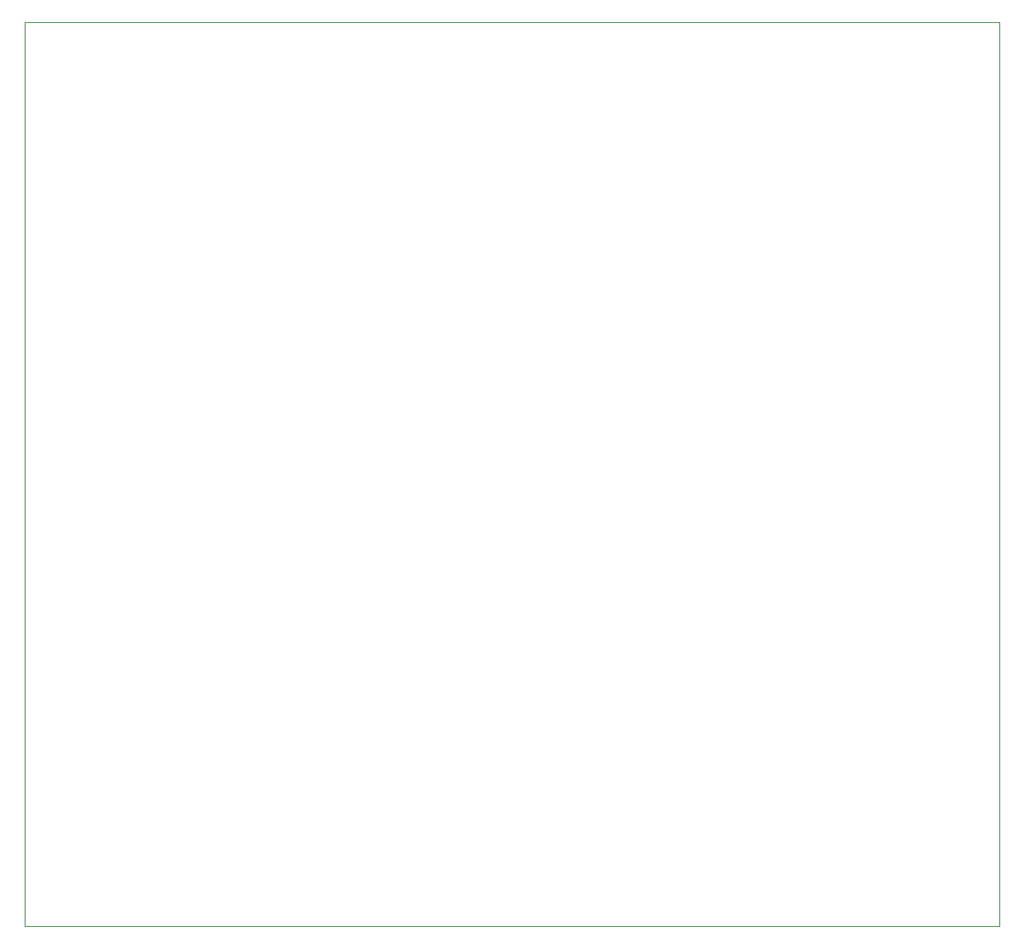
<source format=gbr>
%TF.GenerationSoftware,Altium Limited,Altium Designer,21.8.1 (53)*%
G04 Layer_Color=0*
%FSLAX43Y43*%
%MOMM*%
%TF.SameCoordinates,E96829AD-C41B-4C4D-B55E-E99DFAFB1E42*%
%TF.FilePolarity,Positive*%
%TF.FileFunction,Profile,NP*%
%TF.Part,Single*%
G01*
G75*
%TA.AperFunction,Profile*%
%ADD37C,0.025*%
D37*
X0Y0D02*
Y90000D01*
X97000D01*
Y0D01*
X0D01*
%TF.MD5,a4820263a4dabe6f6888a64139b3a422*%
M02*

</source>
